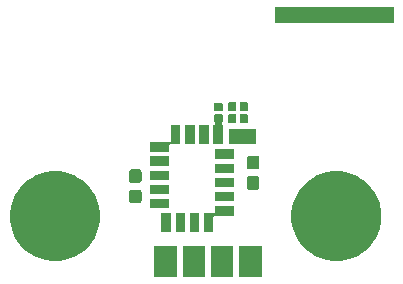
<source format=gbr>
G04 #@! TF.GenerationSoftware,KiCad,Pcbnew,(5.1.6)-1*
G04 #@! TF.CreationDate,2021-04-29T20:17:03-05:00*
G04 #@! TF.ProjectId,BEncoderBoard3(3.2),42456e63-6f64-4657-9242-6f6172643328,rev?*
G04 #@! TF.SameCoordinates,Original*
G04 #@! TF.FileFunction,Soldermask,Top*
G04 #@! TF.FilePolarity,Negative*
%FSLAX46Y46*%
G04 Gerber Fmt 4.6, Leading zero omitted, Abs format (unit mm)*
G04 Created by KiCad (PCBNEW (5.1.6)-1) date 2021-04-29 20:17:03*
%MOMM*%
%LPD*%
G01*
G04 APERTURE LIST*
%ADD10C,0.100000*%
G04 APERTURE END LIST*
D10*
G36*
X138430000Y-93599000D02*
G01*
X136271000Y-93599000D01*
X136271000Y-92456000D01*
X138430000Y-92456000D01*
X138430000Y-93599000D01*
G37*
X138430000Y-93599000D02*
X136271000Y-93599000D01*
X136271000Y-92456000D01*
X138430000Y-92456000D01*
X138430000Y-93599000D01*
G36*
X150130000Y-83400000D02*
G01*
X150090000Y-83390000D01*
X150120000Y-83400000D01*
X140130000Y-83400000D01*
X140130000Y-82110000D01*
X150130000Y-82110000D01*
X150130000Y-83400000D01*
G37*
X150130000Y-83400000D02*
X150090000Y-83390000D01*
X150120000Y-83400000D01*
X140130000Y-83400000D01*
X140130000Y-82110000D01*
X150130000Y-82110000D01*
X150130000Y-83400000D01*
G36*
X134244000Y-104933000D02*
G01*
X132342000Y-104933000D01*
X132342000Y-102331000D01*
X134244000Y-102331000D01*
X134244000Y-104933000D01*
G37*
G36*
X131844000Y-104933000D02*
G01*
X129942000Y-104933000D01*
X129942000Y-102331000D01*
X131844000Y-102331000D01*
X131844000Y-104933000D01*
G37*
G36*
X139044000Y-104933000D02*
G01*
X137142000Y-104933000D01*
X137142000Y-102331000D01*
X139044000Y-102331000D01*
X139044000Y-104933000D01*
G37*
G36*
X136644000Y-104933000D02*
G01*
X134742000Y-104933000D01*
X134742000Y-102331000D01*
X136644000Y-102331000D01*
X136644000Y-104933000D01*
G37*
G36*
X122647710Y-96167070D02*
G01*
X123339447Y-96453597D01*
X123491035Y-96554885D01*
X123961996Y-96869571D01*
X124491429Y-97399004D01*
X124691135Y-97697885D01*
X124907403Y-98021553D01*
X125193930Y-98713290D01*
X125340000Y-99447633D01*
X125340000Y-100196367D01*
X125193930Y-100930710D01*
X124907403Y-101622447D01*
X124907402Y-101622448D01*
X124491429Y-102244996D01*
X123961996Y-102774429D01*
X123546022Y-103052374D01*
X123339447Y-103190403D01*
X122647710Y-103476930D01*
X121913367Y-103623000D01*
X121164633Y-103623000D01*
X120430290Y-103476930D01*
X119738553Y-103190403D01*
X119531978Y-103052374D01*
X119116004Y-102774429D01*
X118586571Y-102244996D01*
X118170598Y-101622448D01*
X118170597Y-101622447D01*
X117884070Y-100930710D01*
X117738000Y-100196367D01*
X117738000Y-99447633D01*
X117884070Y-98713290D01*
X118170597Y-98021553D01*
X118386865Y-97697885D01*
X118586571Y-97399004D01*
X119116004Y-96869571D01*
X119586965Y-96554885D01*
X119738553Y-96453597D01*
X120430290Y-96167070D01*
X121164633Y-96021000D01*
X121913367Y-96021000D01*
X122647710Y-96167070D01*
G37*
G36*
X146460210Y-96167070D02*
G01*
X147151947Y-96453597D01*
X147303535Y-96554885D01*
X147774496Y-96869571D01*
X148303929Y-97399004D01*
X148503635Y-97697885D01*
X148719903Y-98021553D01*
X149006430Y-98713290D01*
X149152500Y-99447633D01*
X149152500Y-100196367D01*
X149006430Y-100930710D01*
X148719903Y-101622447D01*
X148719902Y-101622448D01*
X148303929Y-102244996D01*
X147774496Y-102774429D01*
X147358522Y-103052374D01*
X147151947Y-103190403D01*
X146460210Y-103476930D01*
X145725867Y-103623000D01*
X144977133Y-103623000D01*
X144242790Y-103476930D01*
X143551053Y-103190403D01*
X143344478Y-103052374D01*
X142928504Y-102774429D01*
X142399071Y-102244996D01*
X141983098Y-101622448D01*
X141983097Y-101622447D01*
X141696570Y-100930710D01*
X141550500Y-100196367D01*
X141550500Y-99447633D01*
X141696570Y-98713290D01*
X141983097Y-98021553D01*
X142199365Y-97697885D01*
X142399071Y-97399004D01*
X142928504Y-96869571D01*
X143399465Y-96554885D01*
X143551053Y-96453597D01*
X144242790Y-96167070D01*
X144977133Y-96021000D01*
X145725867Y-96021000D01*
X146460210Y-96167070D01*
G37*
G36*
X131350600Y-101158530D02*
G01*
X130548600Y-101158530D01*
X130548600Y-99556530D01*
X131350600Y-99556530D01*
X131350600Y-101158530D01*
G37*
G36*
X132550600Y-101158530D02*
G01*
X131748600Y-101158530D01*
X131748600Y-99556530D01*
X132550600Y-99556530D01*
X132550600Y-101158530D01*
G37*
G36*
X136700600Y-99760200D02*
G01*
X135075599Y-99760200D01*
X135051213Y-99762602D01*
X135027764Y-99769715D01*
X135006153Y-99781266D01*
X134987211Y-99796811D01*
X134971666Y-99815753D01*
X134960115Y-99837364D01*
X134953002Y-99860813D01*
X134950600Y-99885199D01*
X134950600Y-101158530D01*
X134148600Y-101158530D01*
X134148600Y-99556530D01*
X134973601Y-99556530D01*
X134997987Y-99554128D01*
X135021436Y-99547015D01*
X135043047Y-99535464D01*
X135061989Y-99519919D01*
X135077534Y-99500977D01*
X135089085Y-99479366D01*
X135096198Y-99455917D01*
X135098600Y-99431531D01*
X135098600Y-98958200D01*
X136700600Y-98958200D01*
X136700600Y-99760200D01*
G37*
G36*
X133750600Y-101158530D02*
G01*
X132948600Y-101158530D01*
X132948600Y-99556530D01*
X133750600Y-99556530D01*
X133750600Y-101158530D01*
G37*
G36*
X131200600Y-99160200D02*
G01*
X129598600Y-99160200D01*
X129598600Y-98358200D01*
X131200600Y-98358200D01*
X131200600Y-99160200D01*
G37*
G36*
X128697999Y-97585445D02*
G01*
X128735495Y-97596820D01*
X128770054Y-97615292D01*
X128800347Y-97640153D01*
X128825208Y-97670446D01*
X128843680Y-97705005D01*
X128855055Y-97742501D01*
X128859500Y-97787638D01*
X128859500Y-98526362D01*
X128855055Y-98571499D01*
X128843680Y-98608995D01*
X128825208Y-98643554D01*
X128800347Y-98673847D01*
X128770054Y-98698708D01*
X128735495Y-98717180D01*
X128697999Y-98728555D01*
X128652862Y-98733000D01*
X128014138Y-98733000D01*
X127969001Y-98728555D01*
X127931505Y-98717180D01*
X127896946Y-98698708D01*
X127866653Y-98673847D01*
X127841792Y-98643554D01*
X127823320Y-98608995D01*
X127811945Y-98571499D01*
X127807500Y-98526362D01*
X127807500Y-97787638D01*
X127811945Y-97742501D01*
X127823320Y-97705005D01*
X127841792Y-97670446D01*
X127866653Y-97640153D01*
X127896946Y-97615292D01*
X127931505Y-97596820D01*
X127969001Y-97585445D01*
X128014138Y-97581000D01*
X128652862Y-97581000D01*
X128697999Y-97585445D01*
G37*
G36*
X136700600Y-98560200D02*
G01*
X135098600Y-98560200D01*
X135098600Y-97758200D01*
X136700600Y-97758200D01*
X136700600Y-98560200D01*
G37*
G36*
X131200600Y-97960200D02*
G01*
X129598600Y-97960200D01*
X129598600Y-97158200D01*
X131200600Y-97158200D01*
X131200600Y-97960200D01*
G37*
G36*
X138667499Y-96442445D02*
G01*
X138704995Y-96453820D01*
X138739554Y-96472292D01*
X138769847Y-96497153D01*
X138794708Y-96527446D01*
X138813180Y-96562005D01*
X138824555Y-96599501D01*
X138829000Y-96644638D01*
X138829000Y-97383362D01*
X138824555Y-97428499D01*
X138813180Y-97465995D01*
X138794708Y-97500554D01*
X138769847Y-97530847D01*
X138739554Y-97555708D01*
X138704995Y-97574180D01*
X138667499Y-97585555D01*
X138622362Y-97590000D01*
X137983638Y-97590000D01*
X137938501Y-97585555D01*
X137901005Y-97574180D01*
X137866446Y-97555708D01*
X137836153Y-97530847D01*
X137811292Y-97500554D01*
X137792820Y-97465995D01*
X137781445Y-97428499D01*
X137777000Y-97383362D01*
X137777000Y-96644638D01*
X137781445Y-96599501D01*
X137792820Y-96562005D01*
X137811292Y-96527446D01*
X137836153Y-96497153D01*
X137866446Y-96472292D01*
X137901005Y-96453820D01*
X137938501Y-96442445D01*
X137983638Y-96438000D01*
X138622362Y-96438000D01*
X138667499Y-96442445D01*
G37*
G36*
X136700600Y-97360200D02*
G01*
X135098600Y-97360200D01*
X135098600Y-96558200D01*
X136700600Y-96558200D01*
X136700600Y-97360200D01*
G37*
G36*
X128697999Y-95835445D02*
G01*
X128735495Y-95846820D01*
X128770054Y-95865292D01*
X128800347Y-95890153D01*
X128825208Y-95920446D01*
X128843680Y-95955005D01*
X128855055Y-95992501D01*
X128859500Y-96037638D01*
X128859500Y-96776362D01*
X128855055Y-96821499D01*
X128843680Y-96858995D01*
X128825208Y-96893554D01*
X128800347Y-96923847D01*
X128770054Y-96948708D01*
X128735495Y-96967180D01*
X128697999Y-96978555D01*
X128652862Y-96983000D01*
X128014138Y-96983000D01*
X127969001Y-96978555D01*
X127931505Y-96967180D01*
X127896946Y-96948708D01*
X127866653Y-96923847D01*
X127841792Y-96893554D01*
X127823320Y-96858995D01*
X127811945Y-96821499D01*
X127807500Y-96776362D01*
X127807500Y-96037638D01*
X127811945Y-95992501D01*
X127823320Y-95955005D01*
X127841792Y-95920446D01*
X127866653Y-95890153D01*
X127896946Y-95865292D01*
X127931505Y-95846820D01*
X127969001Y-95835445D01*
X128014138Y-95831000D01*
X128652862Y-95831000D01*
X128697999Y-95835445D01*
G37*
G36*
X131200600Y-96760200D02*
G01*
X129598600Y-96760200D01*
X129598600Y-95958200D01*
X131200600Y-95958200D01*
X131200600Y-96760200D01*
G37*
G36*
X136700600Y-96160200D02*
G01*
X135098600Y-96160200D01*
X135098600Y-95358200D01*
X136700600Y-95358200D01*
X136700600Y-96160200D01*
G37*
G36*
X138667499Y-94692445D02*
G01*
X138704995Y-94703820D01*
X138739554Y-94722292D01*
X138769847Y-94747153D01*
X138794708Y-94777446D01*
X138813180Y-94812005D01*
X138824555Y-94849501D01*
X138829000Y-94894638D01*
X138829000Y-95633362D01*
X138824555Y-95678499D01*
X138813180Y-95715995D01*
X138794708Y-95750554D01*
X138769847Y-95780847D01*
X138739554Y-95805708D01*
X138704995Y-95824180D01*
X138667499Y-95835555D01*
X138622362Y-95840000D01*
X137983638Y-95840000D01*
X137938501Y-95835555D01*
X137901005Y-95824180D01*
X137866446Y-95805708D01*
X137836153Y-95780847D01*
X137811292Y-95750554D01*
X137792820Y-95715995D01*
X137781445Y-95678499D01*
X137777000Y-95633362D01*
X137777000Y-94894638D01*
X137781445Y-94849501D01*
X137792820Y-94812005D01*
X137811292Y-94777446D01*
X137836153Y-94747153D01*
X137866446Y-94722292D01*
X137901005Y-94703820D01*
X137938501Y-94692445D01*
X137983638Y-94688000D01*
X138622362Y-94688000D01*
X138667499Y-94692445D01*
G37*
G36*
X131200600Y-95560200D02*
G01*
X129598600Y-95560200D01*
X129598600Y-94758200D01*
X131200600Y-94758200D01*
X131200600Y-95560200D01*
G37*
G36*
X136700600Y-94960200D02*
G01*
X135098600Y-94960200D01*
X135098600Y-94158200D01*
X136700600Y-94158200D01*
X136700600Y-94960200D01*
G37*
G36*
X132150600Y-93710200D02*
G01*
X131325599Y-93710200D01*
X131301213Y-93712602D01*
X131277764Y-93719715D01*
X131256153Y-93731266D01*
X131237211Y-93746811D01*
X131221666Y-93765753D01*
X131210115Y-93787364D01*
X131203002Y-93810813D01*
X131200600Y-93835199D01*
X131200600Y-94360200D01*
X129598600Y-94360200D01*
X129598600Y-93558200D01*
X131223601Y-93558200D01*
X131247987Y-93555798D01*
X131271436Y-93548685D01*
X131293047Y-93537134D01*
X131311989Y-93521589D01*
X131327534Y-93502647D01*
X131339085Y-93481036D01*
X131346198Y-93457587D01*
X131348600Y-93433201D01*
X131348600Y-92108200D01*
X132150600Y-92108200D01*
X132150600Y-93710200D01*
G37*
G36*
X135653938Y-91200716D02*
G01*
X135674557Y-91206971D01*
X135693553Y-91217124D01*
X135710208Y-91230792D01*
X135723876Y-91247447D01*
X135734029Y-91266443D01*
X135740284Y-91287062D01*
X135743000Y-91314640D01*
X135743000Y-91773360D01*
X135740284Y-91800938D01*
X135734029Y-91821557D01*
X135723876Y-91840553D01*
X135710208Y-91857208D01*
X135693554Y-91870874D01*
X135689647Y-91872963D01*
X135669273Y-91886578D01*
X135651946Y-91903905D01*
X135638333Y-91924280D01*
X135628956Y-91946919D01*
X135624177Y-91970953D01*
X135624177Y-91995457D01*
X135628958Y-92019490D01*
X135638336Y-92042128D01*
X135651951Y-92062502D01*
X135669278Y-92079829D01*
X135689653Y-92093442D01*
X135712292Y-92102819D01*
X135748574Y-92108200D01*
X135750600Y-92108200D01*
X135750600Y-93710200D01*
X134948600Y-93710200D01*
X134948600Y-92108200D01*
X134995426Y-92108200D01*
X135019812Y-92105798D01*
X135043261Y-92098685D01*
X135064872Y-92087134D01*
X135083814Y-92071589D01*
X135099359Y-92052647D01*
X135110910Y-92031036D01*
X135118023Y-92007587D01*
X135120425Y-91983201D01*
X135118023Y-91958815D01*
X135110910Y-91935366D01*
X135099359Y-91913755D01*
X135083814Y-91894813D01*
X135054353Y-91872963D01*
X135050446Y-91870874D01*
X135033792Y-91857208D01*
X135020124Y-91840553D01*
X135009971Y-91821557D01*
X135003716Y-91800938D01*
X135001000Y-91773360D01*
X135001000Y-91314640D01*
X135003716Y-91287062D01*
X135009971Y-91266443D01*
X135020124Y-91247447D01*
X135033792Y-91230792D01*
X135050447Y-91217124D01*
X135069443Y-91206971D01*
X135090062Y-91200716D01*
X135117640Y-91198000D01*
X135626360Y-91198000D01*
X135653938Y-91200716D01*
G37*
G36*
X134550600Y-93710200D02*
G01*
X133748600Y-93710200D01*
X133748600Y-92108200D01*
X134550600Y-92108200D01*
X134550600Y-93710200D01*
G37*
G36*
X133350600Y-93710200D02*
G01*
X132548600Y-93710200D01*
X132548600Y-92108200D01*
X133350600Y-92108200D01*
X133350600Y-93710200D01*
G37*
G36*
X137764938Y-91198716D02*
G01*
X137785557Y-91204971D01*
X137804553Y-91215124D01*
X137821208Y-91228792D01*
X137834876Y-91245447D01*
X137845029Y-91264443D01*
X137851284Y-91285062D01*
X137854000Y-91312640D01*
X137854000Y-91821360D01*
X137851284Y-91848938D01*
X137845029Y-91869557D01*
X137834876Y-91888553D01*
X137821208Y-91905208D01*
X137804553Y-91918876D01*
X137785557Y-91929029D01*
X137764938Y-91935284D01*
X137737360Y-91938000D01*
X137278640Y-91938000D01*
X137251062Y-91935284D01*
X137230443Y-91929029D01*
X137211447Y-91918876D01*
X137194792Y-91905208D01*
X137181124Y-91888553D01*
X137170971Y-91869557D01*
X137164716Y-91848938D01*
X137162000Y-91821360D01*
X137162000Y-91312640D01*
X137164716Y-91285062D01*
X137170971Y-91264443D01*
X137181124Y-91245447D01*
X137194792Y-91228792D01*
X137211447Y-91215124D01*
X137230443Y-91204971D01*
X137251062Y-91198716D01*
X137278640Y-91196000D01*
X137737360Y-91196000D01*
X137764938Y-91198716D01*
G37*
G36*
X136794938Y-91198716D02*
G01*
X136815557Y-91204971D01*
X136834553Y-91215124D01*
X136851208Y-91228792D01*
X136864876Y-91245447D01*
X136875029Y-91264443D01*
X136881284Y-91285062D01*
X136884000Y-91312640D01*
X136884000Y-91821360D01*
X136881284Y-91848938D01*
X136875029Y-91869557D01*
X136864876Y-91888553D01*
X136851208Y-91905208D01*
X136834553Y-91918876D01*
X136815557Y-91929029D01*
X136794938Y-91935284D01*
X136767360Y-91938000D01*
X136308640Y-91938000D01*
X136281062Y-91935284D01*
X136260443Y-91929029D01*
X136241447Y-91918876D01*
X136224792Y-91905208D01*
X136211124Y-91888553D01*
X136200971Y-91869557D01*
X136194716Y-91848938D01*
X136192000Y-91821360D01*
X136192000Y-91312640D01*
X136194716Y-91285062D01*
X136200971Y-91264443D01*
X136211124Y-91245447D01*
X136224792Y-91228792D01*
X136241447Y-91215124D01*
X136260443Y-91204971D01*
X136281062Y-91198716D01*
X136308640Y-91196000D01*
X136767360Y-91196000D01*
X136794938Y-91198716D01*
G37*
G36*
X137764938Y-90182716D02*
G01*
X137785557Y-90188971D01*
X137804553Y-90199124D01*
X137821208Y-90212792D01*
X137834876Y-90229447D01*
X137845029Y-90248443D01*
X137851284Y-90269062D01*
X137854000Y-90296640D01*
X137854000Y-90805360D01*
X137851284Y-90832938D01*
X137845029Y-90853557D01*
X137834876Y-90872553D01*
X137821208Y-90889208D01*
X137804553Y-90902876D01*
X137785557Y-90913029D01*
X137764938Y-90919284D01*
X137737360Y-90922000D01*
X137278640Y-90922000D01*
X137251062Y-90919284D01*
X137230443Y-90913029D01*
X137211447Y-90902876D01*
X137194792Y-90889208D01*
X137181124Y-90872553D01*
X137170971Y-90853557D01*
X137164716Y-90832938D01*
X137162000Y-90805360D01*
X137162000Y-90296640D01*
X137164716Y-90269062D01*
X137170971Y-90248443D01*
X137181124Y-90229447D01*
X137194792Y-90212792D01*
X137211447Y-90199124D01*
X137230443Y-90188971D01*
X137251062Y-90182716D01*
X137278640Y-90180000D01*
X137737360Y-90180000D01*
X137764938Y-90182716D01*
G37*
G36*
X136794938Y-90182716D02*
G01*
X136815557Y-90188971D01*
X136834553Y-90199124D01*
X136851208Y-90212792D01*
X136864876Y-90229447D01*
X136875029Y-90248443D01*
X136881284Y-90269062D01*
X136884000Y-90296640D01*
X136884000Y-90805360D01*
X136881284Y-90832938D01*
X136875029Y-90853557D01*
X136864876Y-90872553D01*
X136851208Y-90889208D01*
X136834553Y-90902876D01*
X136815557Y-90913029D01*
X136794938Y-90919284D01*
X136767360Y-90922000D01*
X136308640Y-90922000D01*
X136281062Y-90919284D01*
X136260443Y-90913029D01*
X136241447Y-90902876D01*
X136224792Y-90889208D01*
X136211124Y-90872553D01*
X136200971Y-90853557D01*
X136194716Y-90832938D01*
X136192000Y-90805360D01*
X136192000Y-90296640D01*
X136194716Y-90269062D01*
X136200971Y-90248443D01*
X136211124Y-90229447D01*
X136224792Y-90212792D01*
X136241447Y-90199124D01*
X136260443Y-90188971D01*
X136281062Y-90182716D01*
X136308640Y-90180000D01*
X136767360Y-90180000D01*
X136794938Y-90182716D01*
G37*
G36*
X135653938Y-90230716D02*
G01*
X135674557Y-90236971D01*
X135693553Y-90247124D01*
X135710208Y-90260792D01*
X135723876Y-90277447D01*
X135734029Y-90296443D01*
X135740284Y-90317062D01*
X135743000Y-90344640D01*
X135743000Y-90803360D01*
X135740284Y-90830938D01*
X135734029Y-90851557D01*
X135723876Y-90870553D01*
X135710208Y-90887208D01*
X135693553Y-90900876D01*
X135674557Y-90911029D01*
X135653938Y-90917284D01*
X135626360Y-90920000D01*
X135117640Y-90920000D01*
X135090062Y-90917284D01*
X135069443Y-90911029D01*
X135050447Y-90900876D01*
X135033792Y-90887208D01*
X135020124Y-90870553D01*
X135009971Y-90851557D01*
X135003716Y-90830938D01*
X135001000Y-90803360D01*
X135001000Y-90344640D01*
X135003716Y-90317062D01*
X135009971Y-90296443D01*
X135020124Y-90277447D01*
X135033792Y-90260792D01*
X135050447Y-90247124D01*
X135069443Y-90236971D01*
X135090062Y-90230716D01*
X135117640Y-90228000D01*
X135626360Y-90228000D01*
X135653938Y-90230716D01*
G37*
M02*

</source>
